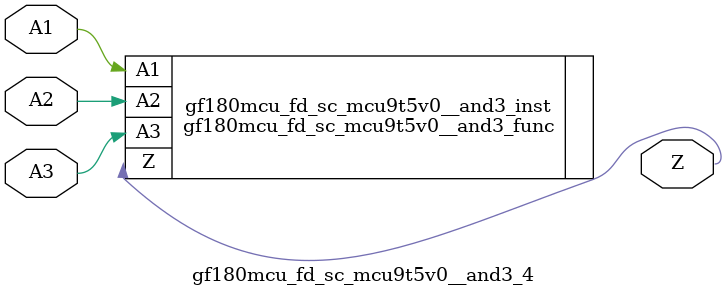
<source format=v>

`ifndef GF180MCU_FD_SC_MCU9T5V0__AND3_4_V
`define GF180MCU_FD_SC_MCU9T5V0__AND3_4_V

`include "gf180mcu_fd_sc_mcu9t5v0__and3.v"

`ifdef USE_POWER_PINS
module gf180mcu_fd_sc_mcu9t5v0__and3_4( A3, A1, A2, Z, VDD, VSS );
inout VDD, VSS;
`else // If not USE_POWER_PINS
module gf180mcu_fd_sc_mcu9t5v0__and3_4( A3, A1, A2, Z );
`endif // If not USE_POWER_PINS
input A1, A2, A3;
output Z;

`ifdef USE_POWER_PINS
  gf180mcu_fd_sc_mcu9t5v0__and3_func gf180mcu_fd_sc_mcu9t5v0__and3_inst(.A3(A3),.A1(A1),.A2(A2),.Z(Z),.VDD(VDD),.VSS(VSS));
`else // If not USE_POWER_PINS
  gf180mcu_fd_sc_mcu9t5v0__and3_func gf180mcu_fd_sc_mcu9t5v0__and3_inst(.A3(A3),.A1(A1),.A2(A2),.Z(Z));
`endif // If not USE_POWER_PINS

`ifndef FUNCTIONAL
	// spec_gates_begin


	// spec_gates_end



   specify

	// specify_block_begin

	// comb arc A1 --> Z
	 (A1 => Z) = (1.0,1.0);

	// comb arc A2 --> Z
	 (A2 => Z) = (1.0,1.0);

	// comb arc A3 --> Z
	 (A3 => Z) = (1.0,1.0);

	// specify_block_end

   endspecify

   `endif

endmodule
`endif // GF180MCU_FD_SC_MCU9T5V0__AND3_4_V

</source>
